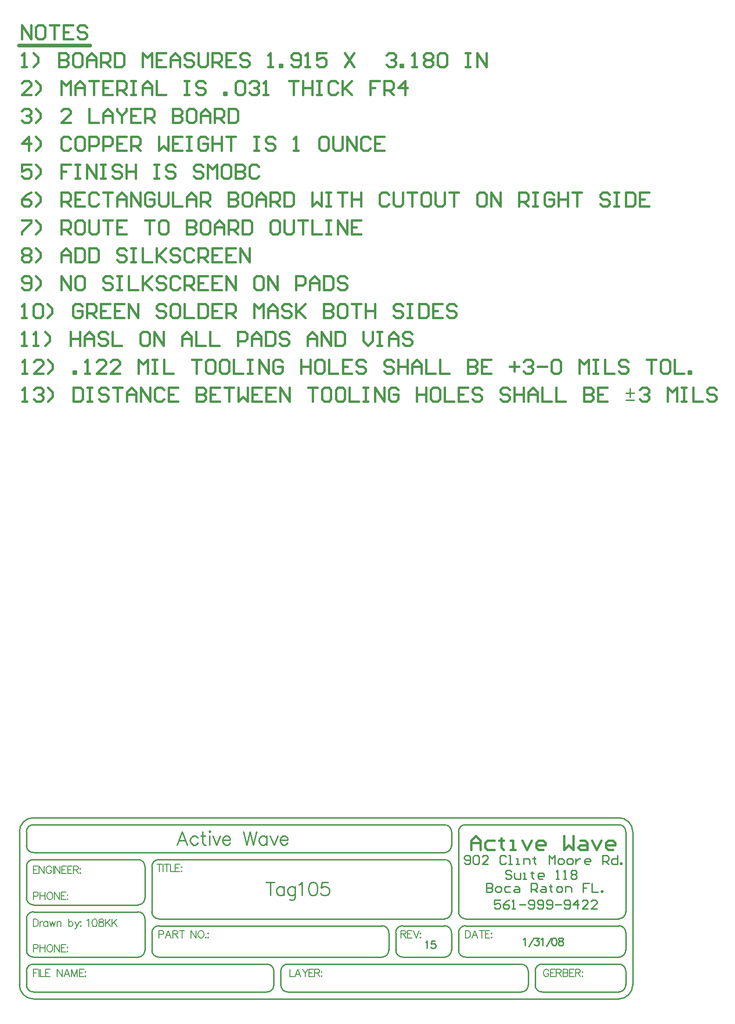
<source format=gbo>
%FSLAX24Y24*%
%MOIN*%
G70*
G01*
G75*
G04 Layer_Color=32896*
%ADD10O,0.0240X0.0800*%
%ADD11R,0.0300X0.0300*%
%ADD12R,0.0360X0.0360*%
%ADD13R,0.0500X0.0360*%
%ADD14R,0.0360X0.0360*%
%ADD15R,0.0360X0.0500*%
%ADD16C,0.0400*%
%ADD17R,0.0200X0.0500*%
%ADD18R,0.0236X0.0236*%
%ADD19R,0.0300X0.0300*%
%ADD20R,0.0740X0.0450*%
%ADD21R,0.0748X0.0433*%
%ADD22O,0.0160X0.0600*%
%ADD23R,0.0236X0.1000*%
%ADD24R,0.0236X0.0900*%
%ADD25R,0.0700X0.0236*%
%ADD26R,0.0900X0.0236*%
%ADD27O,0.0160X0.0600*%
%ADD28R,0.0138X0.0354*%
%ADD29R,0.0250X0.0300*%
%ADD30R,0.0640X0.0440*%
%ADD31R,0.0492X0.1181*%
%ADD32R,0.1000X0.1000*%
%ADD33R,0.1000X0.1400*%
%ADD34R,0.1000X0.1300*%
%ADD35R,0.1000X0.1200*%
%ADD36R,0.0138X0.0354*%
%ADD37R,0.0100X0.0100*%
%ADD38R,0.2000X0.1000*%
%ADD39R,0.1600X0.1800*%
%ADD40C,0.0120*%
%ADD41C,0.0150*%
%ADD42C,0.0100*%
%ADD43C,0.0400*%
%ADD44C,0.0250*%
%ADD45C,0.0160*%
%ADD46C,0.0200*%
%ADD47C,0.0140*%
%ADD48C,0.0300*%
%ADD49C,0.0740*%
%ADD50C,0.0060*%
%ADD51C,0.0080*%
%ADD52C,0.0090*%
%ADD53C,0.0050*%
%ADD54R,0.0500X0.0500*%
%ADD55C,0.0700*%
%ADD56C,0.0620*%
%ADD57R,0.0620X0.0620*%
%ADD58C,0.1220*%
%ADD59C,0.1000*%
%ADD60C,0.1950*%
%ADD61C,0.0280*%
%ADD62R,0.0700X0.0700*%
D41*
X29335Y-7069D02*
Y-6403D01*
X29668Y-6069D01*
X30002Y-6403D01*
Y-7069D01*
Y-6569D01*
X29335D01*
X31001Y-6403D02*
X30502D01*
X30335Y-6569D01*
Y-6902D01*
X30502Y-7069D01*
X31001D01*
X31501Y-6236D02*
Y-6403D01*
X31335D01*
X31668D01*
X31501D01*
Y-6902D01*
X31668Y-7069D01*
X32168D02*
X32501D01*
X32334D01*
Y-6403D01*
X32168D01*
X33001D02*
X33334Y-7069D01*
X33667Y-6403D01*
X34500Y-7069D02*
X34167D01*
X34000Y-6902D01*
Y-6569D01*
X34167Y-6403D01*
X34500D01*
X34667Y-6569D01*
Y-6736D01*
X34000D01*
X36000Y-6069D02*
Y-7069D01*
X36333Y-6736D01*
X36666Y-7069D01*
Y-6069D01*
X37166Y-6403D02*
X37499D01*
X37666Y-6569D01*
Y-7069D01*
X37166D01*
X36999Y-6902D01*
X37166Y-6736D01*
X37666D01*
X37999Y-6403D02*
X38332Y-7069D01*
X38666Y-6403D01*
X39499Y-7069D02*
X39165D01*
X38999Y-6902D01*
Y-6569D01*
X39165Y-6403D01*
X39499D01*
X39665Y-6569D01*
Y-6736D01*
X38999D01*
X-2884Y25105D02*
X-2551D01*
X-2717D01*
Y26105D01*
X-2884Y25938D01*
X-2051D02*
X-1884Y26105D01*
X-1551D01*
X-1385Y25938D01*
Y25771D01*
X-1551Y25605D01*
X-1718D01*
X-1551D01*
X-1385Y25438D01*
Y25272D01*
X-1551Y25105D01*
X-1884D01*
X-2051Y25272D01*
X-1051Y25105D02*
X-718Y25438D01*
Y25771D01*
X-1051Y26105D01*
X781D02*
Y25105D01*
X1281D01*
X1448Y25272D01*
Y25938D01*
X1281Y26105D01*
X781D01*
X1781D02*
X2114D01*
X1948D01*
Y25105D01*
X1781D01*
X2114D01*
X3281Y25938D02*
X3114Y26105D01*
X2781D01*
X2614Y25938D01*
Y25771D01*
X2781Y25605D01*
X3114D01*
X3281Y25438D01*
Y25272D01*
X3114Y25105D01*
X2781D01*
X2614Y25272D01*
X3614Y26105D02*
X4280D01*
X3947D01*
Y25105D01*
X4614D02*
Y25771D01*
X4947Y26105D01*
X5280Y25771D01*
Y25105D01*
Y25605D01*
X4614D01*
X5613Y25105D02*
Y26105D01*
X6280Y25105D01*
Y26105D01*
X7279Y25938D02*
X7113Y26105D01*
X6780D01*
X6613Y25938D01*
Y25272D01*
X6780Y25105D01*
X7113D01*
X7279Y25272D01*
X8279Y26105D02*
X7613D01*
Y25105D01*
X8279D01*
X7613Y25605D02*
X7946D01*
X9612Y26105D02*
Y25105D01*
X10112D01*
X10278Y25272D01*
Y25438D01*
X10112Y25605D01*
X9612D01*
X10112D01*
X10278Y25771D01*
Y25938D01*
X10112Y26105D01*
X9612D01*
X11278D02*
X10612D01*
Y25105D01*
X11278D01*
X10612Y25605D02*
X10945D01*
X11611Y26105D02*
X12278D01*
X11945D01*
Y25105D01*
X12611Y26105D02*
Y25105D01*
X12944Y25438D01*
X13277Y25105D01*
Y26105D01*
X14277D02*
X13611D01*
Y25105D01*
X14277D01*
X13611Y25605D02*
X13944D01*
X15277Y26105D02*
X14610D01*
Y25105D01*
X15277D01*
X14610Y25605D02*
X14944D01*
X15610Y25105D02*
Y26105D01*
X16276Y25105D01*
Y26105D01*
X17609D02*
X18276D01*
X17943D01*
Y25105D01*
X19109Y26105D02*
X18776D01*
X18609Y25938D01*
Y25272D01*
X18776Y25105D01*
X19109D01*
X19275Y25272D01*
Y25938D01*
X19109Y26105D01*
X20109D02*
X19775D01*
X19609Y25938D01*
Y25272D01*
X19775Y25105D01*
X20109D01*
X20275Y25272D01*
Y25938D01*
X20109Y26105D01*
X20608D02*
Y25105D01*
X21275D01*
X21608Y26105D02*
X21941D01*
X21775D01*
Y25105D01*
X21608D01*
X21941D01*
X22441D02*
Y26105D01*
X23108Y25105D01*
Y26105D01*
X24107Y25938D02*
X23941Y26105D01*
X23607D01*
X23441Y25938D01*
Y25272D01*
X23607Y25105D01*
X23941D01*
X24107Y25272D01*
Y25605D01*
X23774D01*
X25440Y26105D02*
Y25105D01*
Y25605D01*
X26107D01*
Y26105D01*
Y25105D01*
X26940Y26105D02*
X26606D01*
X26440Y25938D01*
Y25272D01*
X26606Y25105D01*
X26940D01*
X27106Y25272D01*
Y25938D01*
X26940Y26105D01*
X27439D02*
Y25105D01*
X28106D01*
X29106Y26105D02*
X28439D01*
Y25105D01*
X29106D01*
X28439Y25605D02*
X28772D01*
X30105Y25938D02*
X29939Y26105D01*
X29605D01*
X29439Y25938D01*
Y25771D01*
X29605Y25605D01*
X29939D01*
X30105Y25438D01*
Y25272D01*
X29939Y25105D01*
X29605D01*
X29439Y25272D01*
X32105Y25938D02*
X31938Y26105D01*
X31605D01*
X31438Y25938D01*
Y25771D01*
X31605Y25605D01*
X31938D01*
X32105Y25438D01*
Y25272D01*
X31938Y25105D01*
X31605D01*
X31438Y25272D01*
X32438Y26105D02*
Y25105D01*
Y25605D01*
X33104D01*
Y26105D01*
Y25105D01*
X33438D02*
Y25771D01*
X33771Y26105D01*
X34104Y25771D01*
Y25105D01*
Y25605D01*
X33438D01*
X34437Y26105D02*
Y25105D01*
X35104D01*
X35437Y26105D02*
Y25105D01*
X36103D01*
X37436Y26105D02*
Y25105D01*
X37936D01*
X38103Y25272D01*
Y25438D01*
X37936Y25605D01*
X37436D01*
X37936D01*
X38103Y25771D01*
Y25938D01*
X37936Y26105D01*
X37436D01*
X39102D02*
X38436D01*
Y25105D01*
X39102D01*
X38436Y25605D02*
X38769D01*
X41435Y25938D02*
X41602Y26105D01*
X41935D01*
X42101Y25938D01*
Y25771D01*
X41935Y25605D01*
X41768D01*
X41935D01*
X42101Y25438D01*
Y25272D01*
X41935Y25105D01*
X41602D01*
X41435Y25272D01*
X43434Y25105D02*
Y26105D01*
X43768Y25771D01*
X44101Y26105D01*
Y25105D01*
X44434Y26105D02*
X44767D01*
X44601D01*
Y25105D01*
X44434D01*
X44767D01*
X45267Y26105D02*
Y25105D01*
X45934D01*
X46933Y25938D02*
X46767Y26105D01*
X46433D01*
X46267Y25938D01*
Y25771D01*
X46433Y25605D01*
X46767D01*
X46933Y25438D01*
Y25272D01*
X46767Y25105D01*
X46433D01*
X46267Y25272D01*
X-2894Y29085D02*
X-2561D01*
X-2727D01*
Y30085D01*
X-2894Y29918D01*
X-2061Y29085D02*
X-1728D01*
X-1894D01*
Y30085D01*
X-2061Y29918D01*
X-1228Y29085D02*
X-895Y29418D01*
Y29751D01*
X-1228Y30085D01*
X605D02*
Y29085D01*
Y29585D01*
X1271D01*
Y30085D01*
Y29085D01*
X1605D02*
Y29751D01*
X1938Y30085D01*
X2271Y29751D01*
Y29085D01*
Y29585D01*
X1605D01*
X3271Y29918D02*
X3104Y30085D01*
X2771D01*
X2604Y29918D01*
Y29751D01*
X2771Y29585D01*
X3104D01*
X3271Y29418D01*
Y29252D01*
X3104Y29085D01*
X2771D01*
X2604Y29252D01*
X3604Y30085D02*
Y29085D01*
X4270D01*
X6103Y30085D02*
X5770D01*
X5603Y29918D01*
Y29252D01*
X5770Y29085D01*
X6103D01*
X6270Y29252D01*
Y29918D01*
X6103Y30085D01*
X6603Y29085D02*
Y30085D01*
X7269Y29085D01*
Y30085D01*
X8602Y29085D02*
Y29751D01*
X8935Y30085D01*
X9269Y29751D01*
Y29085D01*
Y29585D01*
X8602D01*
X9602Y30085D02*
Y29085D01*
X10268D01*
X10602Y30085D02*
Y29085D01*
X11268D01*
X12601D02*
Y30085D01*
X13101D01*
X13267Y29918D01*
Y29585D01*
X13101Y29418D01*
X12601D01*
X13601Y29085D02*
Y29751D01*
X13934Y30085D01*
X14267Y29751D01*
Y29085D01*
Y29585D01*
X13601D01*
X14600Y30085D02*
Y29085D01*
X15100D01*
X15267Y29252D01*
Y29918D01*
X15100Y30085D01*
X14600D01*
X16266Y29918D02*
X16100Y30085D01*
X15767D01*
X15600Y29918D01*
Y29751D01*
X15767Y29585D01*
X16100D01*
X16266Y29418D01*
Y29252D01*
X16100Y29085D01*
X15767D01*
X15600Y29252D01*
X17599Y29085D02*
Y29751D01*
X17933Y30085D01*
X18266Y29751D01*
Y29085D01*
Y29585D01*
X17599D01*
X18599Y29085D02*
Y30085D01*
X19265Y29085D01*
Y30085D01*
X19599D02*
Y29085D01*
X20099D01*
X20265Y29252D01*
Y29918D01*
X20099Y30085D01*
X19599D01*
X21598D02*
Y29418D01*
X21931Y29085D01*
X22264Y29418D01*
Y30085D01*
X22598D02*
X22931D01*
X22764D01*
Y29085D01*
X22598D01*
X22931D01*
X23431D02*
Y29751D01*
X23764Y30085D01*
X24097Y29751D01*
Y29085D01*
Y29585D01*
X23431D01*
X25097Y29918D02*
X24930Y30085D01*
X24597D01*
X24430Y29918D01*
Y29751D01*
X24597Y29585D01*
X24930D01*
X25097Y29418D01*
Y29252D01*
X24930Y29085D01*
X24597D01*
X24430Y29252D01*
X-2228Y47085D02*
X-2894D01*
X-2228Y47751D01*
Y47918D01*
X-2394Y48085D01*
X-2727D01*
X-2894Y47918D01*
X-1894Y47085D02*
X-1561Y47418D01*
Y47751D01*
X-1894Y48085D01*
X-62Y47085D02*
Y48085D01*
X272Y47751D01*
X605Y48085D01*
Y47085D01*
X938D02*
Y47751D01*
X1271Y48085D01*
X1605Y47751D01*
Y47085D01*
Y47585D01*
X938D01*
X1938Y48085D02*
X2604D01*
X2271D01*
Y47085D01*
X3604Y48085D02*
X2937D01*
Y47085D01*
X3604D01*
X2937Y47585D02*
X3271D01*
X3937Y47085D02*
Y48085D01*
X4437D01*
X4604Y47918D01*
Y47585D01*
X4437Y47418D01*
X3937D01*
X4270D02*
X4604Y47085D01*
X4937Y48085D02*
X5270D01*
X5103D01*
Y47085D01*
X4937D01*
X5270D01*
X5770D02*
Y47751D01*
X6103Y48085D01*
X6436Y47751D01*
Y47085D01*
Y47585D01*
X5770D01*
X6769Y48085D02*
Y47085D01*
X7436D01*
X8769Y48085D02*
X9102D01*
X8935D01*
Y47085D01*
X8769D01*
X9102D01*
X10268Y47918D02*
X10102Y48085D01*
X9769D01*
X9602Y47918D01*
Y47751D01*
X9769Y47585D01*
X10102D01*
X10268Y47418D01*
Y47252D01*
X10102Y47085D01*
X9769D01*
X9602Y47252D01*
X11601Y47085D02*
Y47252D01*
X11768D01*
Y47085D01*
X11601D01*
X12434Y47918D02*
X12601Y48085D01*
X12934D01*
X13101Y47918D01*
Y47252D01*
X12934Y47085D01*
X12601D01*
X12434Y47252D01*
Y47918D01*
X13434D02*
X13601Y48085D01*
X13934D01*
X14100Y47918D01*
Y47751D01*
X13934Y47585D01*
X13767D01*
X13934D01*
X14100Y47418D01*
Y47252D01*
X13934Y47085D01*
X13601D01*
X13434Y47252D01*
X14434Y47085D02*
X14767D01*
X14600D01*
Y48085D01*
X14434Y47918D01*
X16266Y48085D02*
X16933D01*
X16600D01*
Y47085D01*
X17266Y48085D02*
Y47085D01*
Y47585D01*
X17933D01*
Y48085D01*
Y47085D01*
X18266Y48085D02*
X18599D01*
X18432D01*
Y47085D01*
X18266D01*
X18599D01*
X19765Y47918D02*
X19599Y48085D01*
X19265D01*
X19099Y47918D01*
Y47252D01*
X19265Y47085D01*
X19599D01*
X19765Y47252D01*
X20099Y48085D02*
Y47085D01*
Y47418D01*
X20765Y48085D01*
X20265Y47585D01*
X20765Y47085D01*
X22764Y48085D02*
X22098D01*
Y47585D01*
X22431D01*
X22098D01*
Y47085D01*
X23098D02*
Y48085D01*
X23597D01*
X23764Y47918D01*
Y47585D01*
X23597Y47418D01*
X23098D01*
X23431D02*
X23764Y47085D01*
X24597D02*
Y48085D01*
X24097Y47585D01*
X24764D01*
X-2894Y33252D02*
X-2727Y33085D01*
X-2394D01*
X-2228Y33252D01*
Y33918D01*
X-2394Y34085D01*
X-2727D01*
X-2894Y33918D01*
Y33751D01*
X-2727Y33585D01*
X-2228D01*
X-1894Y33085D02*
X-1561Y33418D01*
Y33751D01*
X-1894Y34085D01*
X-62Y33085D02*
Y34085D01*
X605Y33085D01*
Y34085D01*
X1438D02*
X1105D01*
X938Y33918D01*
Y33252D01*
X1105Y33085D01*
X1438D01*
X1605Y33252D01*
Y33918D01*
X1438Y34085D01*
X3604Y33918D02*
X3437Y34085D01*
X3104D01*
X2937Y33918D01*
Y33751D01*
X3104Y33585D01*
X3437D01*
X3604Y33418D01*
Y33252D01*
X3437Y33085D01*
X3104D01*
X2937Y33252D01*
X3937Y34085D02*
X4270D01*
X4104D01*
Y33085D01*
X3937D01*
X4270D01*
X4770Y34085D02*
Y33085D01*
X5437D01*
X5770Y34085D02*
Y33085D01*
Y33418D01*
X6436Y34085D01*
X5936Y33585D01*
X6436Y33085D01*
X7436Y33918D02*
X7269Y34085D01*
X6936D01*
X6769Y33918D01*
Y33751D01*
X6936Y33585D01*
X7269D01*
X7436Y33418D01*
Y33252D01*
X7269Y33085D01*
X6936D01*
X6769Y33252D01*
X8436Y33918D02*
X8269Y34085D01*
X7936D01*
X7769Y33918D01*
Y33252D01*
X7936Y33085D01*
X8269D01*
X8436Y33252D01*
X8769Y33085D02*
Y34085D01*
X9269D01*
X9435Y33918D01*
Y33585D01*
X9269Y33418D01*
X8769D01*
X9102D02*
X9435Y33085D01*
X10435Y34085D02*
X9769D01*
Y33085D01*
X10435D01*
X9769Y33585D02*
X10102D01*
X11435Y34085D02*
X10768D01*
Y33085D01*
X11435D01*
X10768Y33585D02*
X11101D01*
X11768Y33085D02*
Y34085D01*
X12434Y33085D01*
Y34085D01*
X14267D02*
X13934D01*
X13767Y33918D01*
Y33252D01*
X13934Y33085D01*
X14267D01*
X14434Y33252D01*
Y33918D01*
X14267Y34085D01*
X14767Y33085D02*
Y34085D01*
X15433Y33085D01*
Y34085D01*
X16766Y33085D02*
Y34085D01*
X17266D01*
X17433Y33918D01*
Y33585D01*
X17266Y33418D01*
X16766D01*
X17766Y33085D02*
Y33751D01*
X18099Y34085D01*
X18432Y33751D01*
Y33085D01*
Y33585D01*
X17766D01*
X18766Y34085D02*
Y33085D01*
X19265D01*
X19432Y33252D01*
Y33918D01*
X19265Y34085D01*
X18766D01*
X20432Y33918D02*
X20265Y34085D01*
X19932D01*
X19765Y33918D01*
Y33751D01*
X19932Y33585D01*
X20265D01*
X20432Y33418D01*
Y33252D01*
X20265Y33085D01*
X19932D01*
X19765Y33252D01*
X-2894Y35918D02*
X-2727Y36085D01*
X-2394D01*
X-2228Y35918D01*
Y35751D01*
X-2394Y35585D01*
X-2228Y35418D01*
Y35252D01*
X-2394Y35085D01*
X-2727D01*
X-2894Y35252D01*
Y35418D01*
X-2727Y35585D01*
X-2894Y35751D01*
Y35918D01*
X-2727Y35585D02*
X-2394D01*
X-1894Y35085D02*
X-1561Y35418D01*
Y35751D01*
X-1894Y36085D01*
X-62Y35085D02*
Y35751D01*
X272Y36085D01*
X605Y35751D01*
Y35085D01*
Y35585D01*
X-62D01*
X938Y36085D02*
Y35085D01*
X1438D01*
X1605Y35252D01*
Y35918D01*
X1438Y36085D01*
X938D01*
X1938D02*
Y35085D01*
X2438D01*
X2604Y35252D01*
Y35918D01*
X2438Y36085D01*
X1938D01*
X4604Y35918D02*
X4437Y36085D01*
X4104D01*
X3937Y35918D01*
Y35751D01*
X4104Y35585D01*
X4437D01*
X4604Y35418D01*
Y35252D01*
X4437Y35085D01*
X4104D01*
X3937Y35252D01*
X4937Y36085D02*
X5270D01*
X5103D01*
Y35085D01*
X4937D01*
X5270D01*
X5770Y36085D02*
Y35085D01*
X6436D01*
X6769Y36085D02*
Y35085D01*
Y35418D01*
X7436Y36085D01*
X6936Y35585D01*
X7436Y35085D01*
X8436Y35918D02*
X8269Y36085D01*
X7936D01*
X7769Y35918D01*
Y35751D01*
X7936Y35585D01*
X8269D01*
X8436Y35418D01*
Y35252D01*
X8269Y35085D01*
X7936D01*
X7769Y35252D01*
X9435Y35918D02*
X9269Y36085D01*
X8935D01*
X8769Y35918D01*
Y35252D01*
X8935Y35085D01*
X9269D01*
X9435Y35252D01*
X9769Y35085D02*
Y36085D01*
X10268D01*
X10435Y35918D01*
Y35585D01*
X10268Y35418D01*
X9769D01*
X10102D02*
X10435Y35085D01*
X11435Y36085D02*
X10768D01*
Y35085D01*
X11435D01*
X10768Y35585D02*
X11101D01*
X12434Y36085D02*
X11768D01*
Y35085D01*
X12434D01*
X11768Y35585D02*
X12101D01*
X12768Y35085D02*
Y36085D01*
X13434Y35085D01*
Y36085D01*
X-2894Y38085D02*
X-2228D01*
Y37918D01*
X-2894Y37252D01*
Y37085D01*
X-1894D02*
X-1561Y37418D01*
Y37751D01*
X-1894Y38085D01*
X-62Y37085D02*
Y38085D01*
X438D01*
X605Y37918D01*
Y37585D01*
X438Y37418D01*
X-62D01*
X272D02*
X605Y37085D01*
X1438Y38085D02*
X1105D01*
X938Y37918D01*
Y37252D01*
X1105Y37085D01*
X1438D01*
X1605Y37252D01*
Y37918D01*
X1438Y38085D01*
X1938D02*
Y37252D01*
X2104Y37085D01*
X2438D01*
X2604Y37252D01*
Y38085D01*
X2937D02*
X3604D01*
X3271D01*
Y37085D01*
X4604Y38085D02*
X3937D01*
Y37085D01*
X4604D01*
X3937Y37585D02*
X4270D01*
X5936Y38085D02*
X6603D01*
X6270D01*
Y37085D01*
X7436Y38085D02*
X7103D01*
X6936Y37918D01*
Y37252D01*
X7103Y37085D01*
X7436D01*
X7603Y37252D01*
Y37918D01*
X7436Y38085D01*
X8935D02*
Y37085D01*
X9435D01*
X9602Y37252D01*
Y37418D01*
X9435Y37585D01*
X8935D01*
X9435D01*
X9602Y37751D01*
Y37918D01*
X9435Y38085D01*
X8935D01*
X10435D02*
X10102D01*
X9935Y37918D01*
Y37252D01*
X10102Y37085D01*
X10435D01*
X10602Y37252D01*
Y37918D01*
X10435Y38085D01*
X10935Y37085D02*
Y37751D01*
X11268Y38085D01*
X11601Y37751D01*
Y37085D01*
Y37585D01*
X10935D01*
X11934Y37085D02*
Y38085D01*
X12434D01*
X12601Y37918D01*
Y37585D01*
X12434Y37418D01*
X11934D01*
X12268D02*
X12601Y37085D01*
X12934Y38085D02*
Y37085D01*
X13434D01*
X13601Y37252D01*
Y37918D01*
X13434Y38085D01*
X12934D01*
X15433D02*
X15100D01*
X14934Y37918D01*
Y37252D01*
X15100Y37085D01*
X15433D01*
X15600Y37252D01*
Y37918D01*
X15433Y38085D01*
X15933D02*
Y37252D01*
X16100Y37085D01*
X16433D01*
X16600Y37252D01*
Y38085D01*
X16933D02*
X17599D01*
X17266D01*
Y37085D01*
X17933Y38085D02*
Y37085D01*
X18599D01*
X18932Y38085D02*
X19265D01*
X19099D01*
Y37085D01*
X18932D01*
X19265D01*
X19765D02*
Y38085D01*
X20432Y37085D01*
Y38085D01*
X21431D02*
X20765D01*
Y37085D01*
X21431D01*
X20765Y37585D02*
X21098D01*
X-2228Y40085D02*
X-2561Y39918D01*
X-2894Y39585D01*
Y39252D01*
X-2727Y39085D01*
X-2394D01*
X-2228Y39252D01*
Y39418D01*
X-2394Y39585D01*
X-2894D01*
X-1894Y39085D02*
X-1561Y39418D01*
Y39751D01*
X-1894Y40085D01*
X-62Y39085D02*
Y40085D01*
X438D01*
X605Y39918D01*
Y39585D01*
X438Y39418D01*
X-62D01*
X272D02*
X605Y39085D01*
X1605Y40085D02*
X938D01*
Y39085D01*
X1605D01*
X938Y39585D02*
X1271D01*
X2604Y39918D02*
X2438Y40085D01*
X2104D01*
X1938Y39918D01*
Y39252D01*
X2104Y39085D01*
X2438D01*
X2604Y39252D01*
X2937Y40085D02*
X3604D01*
X3271D01*
Y39085D01*
X3937D02*
Y39751D01*
X4270Y40085D01*
X4604Y39751D01*
Y39085D01*
Y39585D01*
X3937D01*
X4937Y39085D02*
Y40085D01*
X5603Y39085D01*
Y40085D01*
X6603Y39918D02*
X6436Y40085D01*
X6103D01*
X5936Y39918D01*
Y39252D01*
X6103Y39085D01*
X6436D01*
X6603Y39252D01*
Y39585D01*
X6270D01*
X6936Y40085D02*
Y39252D01*
X7103Y39085D01*
X7436D01*
X7603Y39252D01*
Y40085D01*
X7936D02*
Y39085D01*
X8602D01*
X8935D02*
Y39751D01*
X9269Y40085D01*
X9602Y39751D01*
Y39085D01*
Y39585D01*
X8935D01*
X9935Y39085D02*
Y40085D01*
X10435D01*
X10602Y39918D01*
Y39585D01*
X10435Y39418D01*
X9935D01*
X10268D02*
X10602Y39085D01*
X11934Y40085D02*
Y39085D01*
X12434D01*
X12601Y39252D01*
Y39418D01*
X12434Y39585D01*
X11934D01*
X12434D01*
X12601Y39751D01*
Y39918D01*
X12434Y40085D01*
X11934D01*
X13434D02*
X13101D01*
X12934Y39918D01*
Y39252D01*
X13101Y39085D01*
X13434D01*
X13601Y39252D01*
Y39918D01*
X13434Y40085D01*
X13934Y39085D02*
Y39751D01*
X14267Y40085D01*
X14600Y39751D01*
Y39085D01*
Y39585D01*
X13934D01*
X14934Y39085D02*
Y40085D01*
X15433D01*
X15600Y39918D01*
Y39585D01*
X15433Y39418D01*
X14934D01*
X15267D02*
X15600Y39085D01*
X15933Y40085D02*
Y39085D01*
X16433D01*
X16600Y39252D01*
Y39918D01*
X16433Y40085D01*
X15933D01*
X17933D02*
Y39085D01*
X18266Y39418D01*
X18599Y39085D01*
Y40085D01*
X18932D02*
X19265D01*
X19099D01*
Y39085D01*
X18932D01*
X19265D01*
X19765Y40085D02*
X20432D01*
X20099D01*
Y39085D01*
X20765Y40085D02*
Y39085D01*
Y39585D01*
X21431D01*
Y40085D01*
Y39085D01*
X23431Y39918D02*
X23264Y40085D01*
X22931D01*
X22764Y39918D01*
Y39252D01*
X22931Y39085D01*
X23264D01*
X23431Y39252D01*
X23764Y40085D02*
Y39252D01*
X23931Y39085D01*
X24264D01*
X24430Y39252D01*
Y40085D01*
X24764D02*
X25430D01*
X25097D01*
Y39085D01*
X26263Y40085D02*
X25930D01*
X25763Y39918D01*
Y39252D01*
X25930Y39085D01*
X26263D01*
X26430Y39252D01*
Y39918D01*
X26263Y40085D01*
X26763D02*
Y39252D01*
X26930Y39085D01*
X27263D01*
X27429Y39252D01*
Y40085D01*
X27763D02*
X28429D01*
X28096D01*
Y39085D01*
X30262Y40085D02*
X29929D01*
X29762Y39918D01*
Y39252D01*
X29929Y39085D01*
X30262D01*
X30429Y39252D01*
Y39918D01*
X30262Y40085D01*
X30762Y39085D02*
Y40085D01*
X31428Y39085D01*
Y40085D01*
X32761Y39085D02*
Y40085D01*
X33261D01*
X33428Y39918D01*
Y39585D01*
X33261Y39418D01*
X32761D01*
X33094D02*
X33428Y39085D01*
X33761Y40085D02*
X34094D01*
X33927D01*
Y39085D01*
X33761D01*
X34094D01*
X35260Y39918D02*
X35094Y40085D01*
X34760D01*
X34594Y39918D01*
Y39252D01*
X34760Y39085D01*
X35094D01*
X35260Y39252D01*
Y39585D01*
X34927D01*
X35594Y40085D02*
Y39085D01*
Y39585D01*
X36260D01*
Y40085D01*
Y39085D01*
X36593Y40085D02*
X37260D01*
X36926D01*
Y39085D01*
X39259Y39918D02*
X39092Y40085D01*
X38759D01*
X38593Y39918D01*
Y39751D01*
X38759Y39585D01*
X39092D01*
X39259Y39418D01*
Y39252D01*
X39092Y39085D01*
X38759D01*
X38593Y39252D01*
X39592Y40085D02*
X39925D01*
X39759D01*
Y39085D01*
X39592D01*
X39925D01*
X40425Y40085D02*
Y39085D01*
X40925D01*
X41092Y39252D01*
Y39918D01*
X40925Y40085D01*
X40425D01*
X42091D02*
X41425D01*
Y39085D01*
X42091D01*
X41425Y39585D02*
X41758D01*
X-2228Y42085D02*
X-2894D01*
Y41585D01*
X-2561Y41751D01*
X-2394D01*
X-2228Y41585D01*
Y41252D01*
X-2394Y41085D01*
X-2727D01*
X-2894Y41252D01*
X-1894Y41085D02*
X-1561Y41418D01*
Y41751D01*
X-1894Y42085D01*
X605D02*
X-62D01*
Y41585D01*
X272D01*
X-62D01*
Y41085D01*
X938Y42085D02*
X1271D01*
X1105D01*
Y41085D01*
X938D01*
X1271D01*
X1771D02*
Y42085D01*
X2438Y41085D01*
Y42085D01*
X2771D02*
X3104D01*
X2937D01*
Y41085D01*
X2771D01*
X3104D01*
X4270Y41918D02*
X4104Y42085D01*
X3770D01*
X3604Y41918D01*
Y41751D01*
X3770Y41585D01*
X4104D01*
X4270Y41418D01*
Y41252D01*
X4104Y41085D01*
X3770D01*
X3604Y41252D01*
X4604Y42085D02*
Y41085D01*
Y41585D01*
X5270D01*
Y42085D01*
Y41085D01*
X6603Y42085D02*
X6936D01*
X6769D01*
Y41085D01*
X6603D01*
X6936D01*
X8102Y41918D02*
X7936Y42085D01*
X7603D01*
X7436Y41918D01*
Y41751D01*
X7603Y41585D01*
X7936D01*
X8102Y41418D01*
Y41252D01*
X7936Y41085D01*
X7603D01*
X7436Y41252D01*
X10102Y41918D02*
X9935Y42085D01*
X9602D01*
X9435Y41918D01*
Y41751D01*
X9602Y41585D01*
X9935D01*
X10102Y41418D01*
Y41252D01*
X9935Y41085D01*
X9602D01*
X9435Y41252D01*
X10435Y41085D02*
Y42085D01*
X10768Y41751D01*
X11101Y42085D01*
Y41085D01*
X11934Y42085D02*
X11601D01*
X11435Y41918D01*
Y41252D01*
X11601Y41085D01*
X11934D01*
X12101Y41252D01*
Y41918D01*
X11934Y42085D01*
X12434D02*
Y41085D01*
X12934D01*
X13101Y41252D01*
Y41418D01*
X12934Y41585D01*
X12434D01*
X12934D01*
X13101Y41751D01*
Y41918D01*
X12934Y42085D01*
X12434D01*
X14100Y41918D02*
X13934Y42085D01*
X13601D01*
X13434Y41918D01*
Y41252D01*
X13601Y41085D01*
X13934D01*
X14100Y41252D01*
X-2394Y43085D02*
Y44085D01*
X-2894Y43585D01*
X-2228D01*
X-1894Y43085D02*
X-1561Y43418D01*
Y43751D01*
X-1894Y44085D01*
X605Y43918D02*
X438Y44085D01*
X105D01*
X-62Y43918D01*
Y43252D01*
X105Y43085D01*
X438D01*
X605Y43252D01*
X1438Y44085D02*
X1105D01*
X938Y43918D01*
Y43252D01*
X1105Y43085D01*
X1438D01*
X1605Y43252D01*
Y43918D01*
X1438Y44085D01*
X1938Y43085D02*
Y44085D01*
X2438D01*
X2604Y43918D01*
Y43585D01*
X2438Y43418D01*
X1938D01*
X2937Y43085D02*
Y44085D01*
X3437D01*
X3604Y43918D01*
Y43585D01*
X3437Y43418D01*
X2937D01*
X4604Y44085D02*
X3937D01*
Y43085D01*
X4604D01*
X3937Y43585D02*
X4270D01*
X4937Y43085D02*
Y44085D01*
X5437D01*
X5603Y43918D01*
Y43585D01*
X5437Y43418D01*
X4937D01*
X5270D02*
X5603Y43085D01*
X6936Y44085D02*
Y43085D01*
X7269Y43418D01*
X7603Y43085D01*
Y44085D01*
X8602D02*
X7936D01*
Y43085D01*
X8602D01*
X7936Y43585D02*
X8269D01*
X8935Y44085D02*
X9269D01*
X9102D01*
Y43085D01*
X8935D01*
X9269D01*
X10435Y43918D02*
X10268Y44085D01*
X9935D01*
X9769Y43918D01*
Y43252D01*
X9935Y43085D01*
X10268D01*
X10435Y43252D01*
Y43585D01*
X10102D01*
X10768Y44085D02*
Y43085D01*
Y43585D01*
X11435D01*
Y44085D01*
Y43085D01*
X11768Y44085D02*
X12434D01*
X12101D01*
Y43085D01*
X13767Y44085D02*
X14100D01*
X13934D01*
Y43085D01*
X13767D01*
X14100D01*
X15267Y43918D02*
X15100Y44085D01*
X14767D01*
X14600Y43918D01*
Y43751D01*
X14767Y43585D01*
X15100D01*
X15267Y43418D01*
Y43252D01*
X15100Y43085D01*
X14767D01*
X14600Y43252D01*
X16600Y43085D02*
X16933D01*
X16766D01*
Y44085D01*
X16600Y43918D01*
X18932Y44085D02*
X18599D01*
X18432Y43918D01*
Y43252D01*
X18599Y43085D01*
X18932D01*
X19099Y43252D01*
Y43918D01*
X18932Y44085D01*
X19432D02*
Y43252D01*
X19599Y43085D01*
X19932D01*
X20099Y43252D01*
Y44085D01*
X20432Y43085D02*
Y44085D01*
X21098Y43085D01*
Y44085D01*
X22098Y43918D02*
X21931Y44085D01*
X21598D01*
X21431Y43918D01*
Y43252D01*
X21598Y43085D01*
X21931D01*
X22098Y43252D01*
X23098Y44085D02*
X22431D01*
Y43085D01*
X23098D01*
X22431Y43585D02*
X22764D01*
X-2894Y45918D02*
X-2727Y46085D01*
X-2394D01*
X-2228Y45918D01*
Y45751D01*
X-2394Y45585D01*
X-2561D01*
X-2394D01*
X-2228Y45418D01*
Y45252D01*
X-2394Y45085D01*
X-2727D01*
X-2894Y45252D01*
X-1894Y45085D02*
X-1561Y45418D01*
Y45751D01*
X-1894Y46085D01*
X605Y45085D02*
X-62D01*
X605Y45751D01*
Y45918D01*
X438Y46085D01*
X105D01*
X-62Y45918D01*
X1938Y46085D02*
Y45085D01*
X2604D01*
X2937D02*
Y45751D01*
X3271Y46085D01*
X3604Y45751D01*
Y45085D01*
Y45585D01*
X2937D01*
X3937Y46085D02*
Y45918D01*
X4270Y45585D01*
X4604Y45918D01*
Y46085D01*
X4270Y45585D02*
Y45085D01*
X5603Y46085D02*
X4937D01*
Y45085D01*
X5603D01*
X4937Y45585D02*
X5270D01*
X5936Y45085D02*
Y46085D01*
X6436D01*
X6603Y45918D01*
Y45585D01*
X6436Y45418D01*
X5936D01*
X6270D02*
X6603Y45085D01*
X7936Y46085D02*
Y45085D01*
X8436D01*
X8602Y45252D01*
Y45418D01*
X8436Y45585D01*
X7936D01*
X8436D01*
X8602Y45751D01*
Y45918D01*
X8436Y46085D01*
X7936D01*
X9435D02*
X9102D01*
X8935Y45918D01*
Y45252D01*
X9102Y45085D01*
X9435D01*
X9602Y45252D01*
Y45918D01*
X9435Y46085D01*
X9935Y45085D02*
Y45751D01*
X10268Y46085D01*
X10602Y45751D01*
Y45085D01*
Y45585D01*
X9935D01*
X10935Y45085D02*
Y46085D01*
X11435D01*
X11601Y45918D01*
Y45585D01*
X11435Y45418D01*
X10935D01*
X11268D02*
X11601Y45085D01*
X11935Y46085D02*
Y45085D01*
X12434D01*
X12601Y45252D01*
Y45918D01*
X12434Y46085D01*
X11935D01*
X-2894Y31085D02*
X-2561D01*
X-2727D01*
Y32085D01*
X-2894Y31918D01*
X-2061D02*
X-1894Y32085D01*
X-1561D01*
X-1395Y31918D01*
Y31252D01*
X-1561Y31085D01*
X-1894D01*
X-2061Y31252D01*
Y31918D01*
X-1061Y31085D02*
X-728Y31418D01*
Y31751D01*
X-1061Y32085D01*
X1438Y31918D02*
X1271Y32085D01*
X938D01*
X771Y31918D01*
Y31252D01*
X938Y31085D01*
X1271D01*
X1438Y31252D01*
Y31585D01*
X1105D01*
X1771Y31085D02*
Y32085D01*
X2271D01*
X2438Y31918D01*
Y31585D01*
X2271Y31418D01*
X1771D01*
X2104D02*
X2438Y31085D01*
X3437Y32085D02*
X2771D01*
Y31085D01*
X3437D01*
X2771Y31585D02*
X3104D01*
X4437Y32085D02*
X3770D01*
Y31085D01*
X4437D01*
X3770Y31585D02*
X4104D01*
X4770Y31085D02*
Y32085D01*
X5437Y31085D01*
Y32085D01*
X7436Y31918D02*
X7269Y32085D01*
X6936D01*
X6769Y31918D01*
Y31751D01*
X6936Y31585D01*
X7269D01*
X7436Y31418D01*
Y31252D01*
X7269Y31085D01*
X6936D01*
X6769Y31252D01*
X8269Y32085D02*
X7936D01*
X7769Y31918D01*
Y31252D01*
X7936Y31085D01*
X8269D01*
X8436Y31252D01*
Y31918D01*
X8269Y32085D01*
X8769D02*
Y31085D01*
X9435D01*
X9769Y32085D02*
Y31085D01*
X10268D01*
X10435Y31252D01*
Y31918D01*
X10268Y32085D01*
X9769D01*
X11435D02*
X10768D01*
Y31085D01*
X11435D01*
X10768Y31585D02*
X11101D01*
X11768Y31085D02*
Y32085D01*
X12268D01*
X12434Y31918D01*
Y31585D01*
X12268Y31418D01*
X11768D01*
X12101D02*
X12434Y31085D01*
X13767D02*
Y32085D01*
X14100Y31751D01*
X14434Y32085D01*
Y31085D01*
X14767D02*
Y31751D01*
X15100Y32085D01*
X15433Y31751D01*
Y31085D01*
Y31585D01*
X14767D01*
X16433Y31918D02*
X16266Y32085D01*
X15933D01*
X15767Y31918D01*
Y31751D01*
X15933Y31585D01*
X16266D01*
X16433Y31418D01*
Y31252D01*
X16266Y31085D01*
X15933D01*
X15767Y31252D01*
X16766Y32085D02*
Y31085D01*
Y31418D01*
X17433Y32085D01*
X16933Y31585D01*
X17433Y31085D01*
X18766Y32085D02*
Y31085D01*
X19265D01*
X19432Y31252D01*
Y31418D01*
X19265Y31585D01*
X18766D01*
X19265D01*
X19432Y31751D01*
Y31918D01*
X19265Y32085D01*
X18766D01*
X20265D02*
X19932D01*
X19765Y31918D01*
Y31252D01*
X19932Y31085D01*
X20265D01*
X20432Y31252D01*
Y31918D01*
X20265Y32085D01*
X20765D02*
X21431D01*
X21098D01*
Y31085D01*
X21765Y32085D02*
Y31085D01*
Y31585D01*
X22431D01*
Y32085D01*
Y31085D01*
X24430Y31918D02*
X24264Y32085D01*
X23931D01*
X23764Y31918D01*
Y31751D01*
X23931Y31585D01*
X24264D01*
X24430Y31418D01*
Y31252D01*
X24264Y31085D01*
X23931D01*
X23764Y31252D01*
X24764Y32085D02*
X25097D01*
X24930D01*
Y31085D01*
X24764D01*
X25097D01*
X25597Y32085D02*
Y31085D01*
X26097D01*
X26263Y31252D01*
Y31918D01*
X26097Y32085D01*
X25597D01*
X27263D02*
X26596D01*
Y31085D01*
X27263D01*
X26596Y31585D02*
X26930D01*
X28263Y31918D02*
X28096Y32085D01*
X27763D01*
X27596Y31918D01*
Y31751D01*
X27763Y31585D01*
X28096D01*
X28263Y31418D01*
Y31252D01*
X28096Y31085D01*
X27763D01*
X27596Y31252D01*
X-2894Y51085D02*
Y52085D01*
X-2228Y51085D01*
Y52085D01*
X-1395D02*
X-1728D01*
X-1894Y51918D01*
Y51252D01*
X-1728Y51085D01*
X-1395D01*
X-1228Y51252D01*
Y51918D01*
X-1395Y52085D01*
X-895D02*
X-228D01*
X-561D01*
Y51085D01*
X771Y52085D02*
X105D01*
Y51085D01*
X771D01*
X105Y51585D02*
X438D01*
X1771Y51918D02*
X1605Y52085D01*
X1271D01*
X1105Y51918D01*
Y51751D01*
X1271Y51585D01*
X1605D01*
X1771Y51418D01*
Y51252D01*
X1605Y51085D01*
X1271D01*
X1105Y51252D01*
X-2894Y49085D02*
X-2561D01*
X-2727D01*
Y50085D01*
X-2894Y49918D01*
X-2061Y49085D02*
X-1728Y49418D01*
Y49751D01*
X-2061Y50085D01*
X-228D02*
Y49085D01*
X272D01*
X438Y49252D01*
Y49418D01*
X272Y49585D01*
X-228D01*
X272D01*
X438Y49751D01*
Y49918D01*
X272Y50085D01*
X-228D01*
X1271D02*
X938D01*
X771Y49918D01*
Y49252D01*
X938Y49085D01*
X1271D01*
X1438Y49252D01*
Y49918D01*
X1271Y50085D01*
X1771Y49085D02*
Y49751D01*
X2104Y50085D01*
X2438Y49751D01*
Y49085D01*
Y49585D01*
X1771D01*
X2771Y49085D02*
Y50085D01*
X3271D01*
X3437Y49918D01*
Y49585D01*
X3271Y49418D01*
X2771D01*
X3104D02*
X3437Y49085D01*
X3770Y50085D02*
Y49085D01*
X4270D01*
X4437Y49252D01*
Y49918D01*
X4270Y50085D01*
X3770D01*
X5770Y49085D02*
Y50085D01*
X6103Y49751D01*
X6436Y50085D01*
Y49085D01*
X7436Y50085D02*
X6769D01*
Y49085D01*
X7436D01*
X6769Y49585D02*
X7103D01*
X7769Y49085D02*
Y49751D01*
X8102Y50085D01*
X8436Y49751D01*
Y49085D01*
Y49585D01*
X7769D01*
X9435Y49918D02*
X9269Y50085D01*
X8935D01*
X8769Y49918D01*
Y49751D01*
X8935Y49585D01*
X9269D01*
X9435Y49418D01*
Y49252D01*
X9269Y49085D01*
X8935D01*
X8769Y49252D01*
X9769Y50085D02*
Y49252D01*
X9935Y49085D01*
X10268D01*
X10435Y49252D01*
Y50085D01*
X10768Y49085D02*
Y50085D01*
X11268D01*
X11435Y49918D01*
Y49585D01*
X11268Y49418D01*
X10768D01*
X11101D02*
X11435Y49085D01*
X12434Y50085D02*
X11768D01*
Y49085D01*
X12434D01*
X11768Y49585D02*
X12101D01*
X13434Y49918D02*
X13267Y50085D01*
X12934D01*
X12768Y49918D01*
Y49751D01*
X12934Y49585D01*
X13267D01*
X13434Y49418D01*
Y49252D01*
X13267Y49085D01*
X12934D01*
X12768Y49252D01*
X14767Y49085D02*
X15100D01*
X14934D01*
Y50085D01*
X14767Y49918D01*
X15600Y49085D02*
Y49252D01*
X15767D01*
Y49085D01*
X15600D01*
X16433Y49252D02*
X16600Y49085D01*
X16933D01*
X17099Y49252D01*
Y49918D01*
X16933Y50085D01*
X16600D01*
X16433Y49918D01*
Y49751D01*
X16600Y49585D01*
X17099D01*
X17433Y49085D02*
X17766D01*
X17599D01*
Y50085D01*
X17433Y49918D01*
X18932Y50085D02*
X18266D01*
Y49585D01*
X18599Y49751D01*
X18766D01*
X18932Y49585D01*
Y49252D01*
X18766Y49085D01*
X18432D01*
X18266Y49252D01*
X20265Y50085D02*
X20932Y49085D01*
Y50085D02*
X20265Y49085D01*
X23264Y49918D02*
X23431Y50085D01*
X23764D01*
X23931Y49918D01*
Y49751D01*
X23764Y49585D01*
X23597D01*
X23764D01*
X23931Y49418D01*
Y49252D01*
X23764Y49085D01*
X23431D01*
X23264Y49252D01*
X24264Y49085D02*
Y49252D01*
X24430D01*
Y49085D01*
X24264D01*
X25097D02*
X25430D01*
X25264D01*
Y50085D01*
X25097Y49918D01*
X25930D02*
X26097Y50085D01*
X26430D01*
X26596Y49918D01*
Y49751D01*
X26430Y49585D01*
X26596Y49418D01*
Y49252D01*
X26430Y49085D01*
X26097D01*
X25930Y49252D01*
Y49418D01*
X26097Y49585D01*
X25930Y49751D01*
Y49918D01*
X26097Y49585D02*
X26430D01*
X26930Y49918D02*
X27096Y50085D01*
X27429D01*
X27596Y49918D01*
Y49252D01*
X27429Y49085D01*
X27096D01*
X26930Y49252D01*
Y49918D01*
X28929Y50085D02*
X29262D01*
X29096D01*
Y49085D01*
X28929D01*
X29262D01*
X29762D02*
Y50085D01*
X30429Y49085D01*
Y50085D01*
X-2884Y27095D02*
X-2551D01*
X-2717D01*
Y28095D01*
X-2884Y27928D01*
X-1385Y27095D02*
X-2051D01*
X-1385Y27761D01*
Y27928D01*
X-1551Y28095D01*
X-1884D01*
X-2051Y27928D01*
X-1051Y27095D02*
X-718Y27428D01*
Y27761D01*
X-1051Y28095D01*
X781Y27095D02*
Y27262D01*
X948D01*
Y27095D01*
X781D01*
X1615D02*
X1948D01*
X1781D01*
Y28095D01*
X1615Y27928D01*
X3114Y27095D02*
X2448D01*
X3114Y27761D01*
Y27928D01*
X2947Y28095D01*
X2614D01*
X2448Y27928D01*
X4114Y27095D02*
X3447D01*
X4114Y27761D01*
Y27928D01*
X3947Y28095D01*
X3614D01*
X3447Y27928D01*
X5447Y27095D02*
Y28095D01*
X5780Y27761D01*
X6113Y28095D01*
Y27095D01*
X6446Y28095D02*
X6780D01*
X6613D01*
Y27095D01*
X6446D01*
X6780D01*
X7279Y28095D02*
Y27095D01*
X7946D01*
X9279Y28095D02*
X9945D01*
X9612D01*
Y27095D01*
X10778Y28095D02*
X10445D01*
X10278Y27928D01*
Y27262D01*
X10445Y27095D01*
X10778D01*
X10945Y27262D01*
Y27928D01*
X10778Y28095D01*
X11778D02*
X11445D01*
X11278Y27928D01*
Y27262D01*
X11445Y27095D01*
X11778D01*
X11945Y27262D01*
Y27928D01*
X11778Y28095D01*
X12278D02*
Y27095D01*
X12944D01*
X13277Y28095D02*
X13611D01*
X13444D01*
Y27095D01*
X13277D01*
X13611D01*
X14110D02*
Y28095D01*
X14777Y27095D01*
Y28095D01*
X15777Y27928D02*
X15610Y28095D01*
X15277D01*
X15110Y27928D01*
Y27262D01*
X15277Y27095D01*
X15610D01*
X15777Y27262D01*
Y27595D01*
X15443D01*
X17110Y28095D02*
Y27095D01*
Y27595D01*
X17776D01*
Y28095D01*
Y27095D01*
X18609Y28095D02*
X18276D01*
X18109Y27928D01*
Y27262D01*
X18276Y27095D01*
X18609D01*
X18776Y27262D01*
Y27928D01*
X18609Y28095D01*
X19109D02*
Y27095D01*
X19775D01*
X20775Y28095D02*
X20109D01*
Y27095D01*
X20775D01*
X20109Y27595D02*
X20442D01*
X21775Y27928D02*
X21608Y28095D01*
X21275D01*
X21108Y27928D01*
Y27761D01*
X21275Y27595D01*
X21608D01*
X21775Y27428D01*
Y27262D01*
X21608Y27095D01*
X21275D01*
X21108Y27262D01*
X23774Y27928D02*
X23607Y28095D01*
X23274D01*
X23108Y27928D01*
Y27761D01*
X23274Y27595D01*
X23607D01*
X23774Y27428D01*
Y27262D01*
X23607Y27095D01*
X23274D01*
X23108Y27262D01*
X24107Y28095D02*
Y27095D01*
Y27595D01*
X24774D01*
Y28095D01*
Y27095D01*
X25107D02*
Y27761D01*
X25440Y28095D01*
X25773Y27761D01*
Y27095D01*
Y27595D01*
X25107D01*
X26107Y28095D02*
Y27095D01*
X26773D01*
X27106Y28095D02*
Y27095D01*
X27773D01*
X29106Y28095D02*
Y27095D01*
X29605D01*
X29772Y27262D01*
Y27428D01*
X29605Y27595D01*
X29106D01*
X29605D01*
X29772Y27761D01*
Y27928D01*
X29605Y28095D01*
X29106D01*
X30772D02*
X30105D01*
Y27095D01*
X30772D01*
X30105Y27595D02*
X30439D01*
X32105D02*
X32771D01*
X32438Y27928D02*
Y27262D01*
X33104Y27928D02*
X33271Y28095D01*
X33604D01*
X33771Y27928D01*
Y27761D01*
X33604Y27595D01*
X33438D01*
X33604D01*
X33771Y27428D01*
Y27262D01*
X33604Y27095D01*
X33271D01*
X33104Y27262D01*
X34104Y27595D02*
X34770D01*
X35104Y27928D02*
X35270Y28095D01*
X35604D01*
X35770Y27928D01*
Y27262D01*
X35604Y27095D01*
X35270D01*
X35104Y27262D01*
Y27928D01*
X37103Y27095D02*
Y28095D01*
X37436Y27761D01*
X37769Y28095D01*
Y27095D01*
X38103Y28095D02*
X38436D01*
X38269D01*
Y27095D01*
X38103D01*
X38436D01*
X38936Y28095D02*
Y27095D01*
X39602D01*
X40602Y27928D02*
X40435Y28095D01*
X40102D01*
X39935Y27928D01*
Y27761D01*
X40102Y27595D01*
X40435D01*
X40602Y27428D01*
Y27262D01*
X40435Y27095D01*
X40102D01*
X39935Y27262D01*
X41935Y28095D02*
X42601D01*
X42268D01*
Y27095D01*
X43434Y28095D02*
X43101D01*
X42934Y27928D01*
Y27262D01*
X43101Y27095D01*
X43434D01*
X43601Y27262D01*
Y27928D01*
X43434Y28095D01*
X43934D02*
Y27095D01*
X44601D01*
X44934D02*
Y27262D01*
X45100D01*
Y27095D01*
X44934D01*
D42*
X15169Y-15772D02*
G03*
X14669Y-15272I-500J0D01*
G01*
X14681Y-17272D02*
G03*
X15169Y-16775I8J480D01*
G01*
X16169Y-15272D02*
G03*
X15669Y-15772I0J-500D01*
G01*
Y-16772D02*
G03*
X16160Y-17272I500J0D01*
G01*
X33419Y-15772D02*
G03*
X32919Y-15272I-500J0D01*
G01*
X32931Y-17272D02*
G03*
X33419Y-16775I8J480D01*
G01*
X33919Y-16782D02*
G03*
X34418Y-17272I490J0D01*
G01*
X34419Y-15272D02*
G03*
X33919Y-15772I0J-500D01*
G01*
X5919Y-8262D02*
G03*
X5429Y-7772I-490J0D01*
G01*
X5439Y-11022D02*
G03*
X5919Y-10542I0J480D01*
G01*
Y-12012D02*
G03*
X5412Y-11522I-490J0D01*
G01*
X6419Y-11532D02*
G03*
X6909Y-12022I490J0D01*
G01*
X6419Y-14282D02*
G03*
X6909Y-14772I490J0D01*
G01*
X5429D02*
G03*
X5919Y-14282I0J490D01*
G01*
X23419Y-13012D02*
G03*
X22929Y-12522I-490J0D01*
G01*
Y-14772D02*
G03*
X23419Y-14273I0J490D01*
G01*
X23919Y-14262D02*
G03*
X24420Y-14772I510J0D01*
G01*
X24399Y-12522D02*
G03*
X23920Y-13027I0J-480D01*
G01*
X6919Y-12522D02*
G03*
X6419Y-13022I0J-500D01*
G01*
X6919Y-7772D02*
G03*
X6419Y-8272I0J-500D01*
G01*
X-2581Y-14272D02*
G03*
X-2090Y-14772I500J0D01*
G01*
X-2081Y-11522D02*
G03*
X-2581Y-12022I0J-500D01*
G01*
Y-10522D02*
G03*
X-2081Y-11022I500J0D01*
G01*
Y-7772D02*
G03*
X-2581Y-8272I0J-500D01*
G01*
Y-6772D02*
G03*
X-2081Y-7272I500J0D01*
G01*
Y-5272D02*
G03*
X-2581Y-5772I0J-500D01*
G01*
X27919D02*
G03*
X27419Y-5272I-500J0D01*
G01*
X28919D02*
G03*
X28419Y-5772I0J-500D01*
G01*
X27419Y-7272D02*
G03*
X27919Y-6772I0J500D01*
G01*
Y-8272D02*
G03*
X27419Y-7772I-500J0D01*
G01*
X-2081Y-15272D02*
G03*
X-2581Y-15772I0J-500D01*
G01*
X27428Y-12022D02*
G03*
X27919Y-11522I-9J500D01*
G01*
X-2581Y-16772D02*
G03*
X-2090Y-17272I500J0D01*
G01*
X27919Y-13012D02*
G03*
X27429Y-12522I-490J0D01*
G01*
X28419Y-14282D02*
G03*
X28918Y-14772I490J0D01*
G01*
X27419Y-14772D02*
G03*
X27919Y-14272I0J500D01*
G01*
X39919Y-17272D02*
G03*
X40419Y-16772I0J500D01*
G01*
X40419Y-15763D02*
G03*
X39919Y-15272I-500J-9D01*
G01*
Y-14772D02*
G03*
X40419Y-14272I0J500D01*
G01*
Y-5762D02*
G03*
X39912Y-5272I-490J0D01*
G01*
X40919Y-5772D02*
G03*
X39919Y-4772I-1000J0D01*
G01*
Y-17772D02*
G03*
X40919Y-16772I0J1000D01*
G01*
X-3081Y-16762D02*
G03*
X-2088Y-17772I1010J0D01*
G01*
X-2081Y-4772D02*
G03*
X-3081Y-5772I0J-1000D01*
G01*
X28419Y-11522D02*
G03*
X28919Y-12022I500J0D01*
G01*
X39919D02*
G03*
X40419Y-11522I0J500D01*
G01*
X28919Y-12522D02*
G03*
X28419Y-13022I0J-500D01*
G01*
X40419Y-13012D02*
G03*
X39929Y-12522I-490J0D01*
G01*
X16169Y-17272D02*
X32919D01*
X-2081D02*
X14669D01*
X-2081Y-15272D02*
X14669D01*
X16169D02*
X32919D01*
X34419Y-17272D02*
X39919D01*
X34419Y-15272D02*
X39919D01*
X-2081Y-5272D02*
X27419D01*
X-2081Y-17772D02*
X39919D01*
X-2081Y-4772D02*
X39919D01*
X-2081Y-14772D02*
X5419D01*
X-2081Y-11522D02*
X5419D01*
X-2081Y-11022D02*
X5419D01*
X-2081Y-7772D02*
X5419D01*
X-2081Y-7272D02*
X27419D01*
X6919Y-7772D02*
X27419D01*
X6919Y-12522D02*
X22919D01*
X6919Y-14772D02*
X22919D01*
X24419D02*
X27419D01*
X24419Y-12522D02*
X27419D01*
X28919Y-14772D02*
X39919D01*
X28919Y-5272D02*
X39919D01*
X6919Y-12022D02*
X27419D01*
X28919D02*
X39919D01*
X28919Y-12522D02*
X39919D01*
X15169Y-16772D02*
Y-15772D01*
X15669Y-16772D02*
Y-15772D01*
X33419Y-16772D02*
Y-15772D01*
X33919Y-16772D02*
Y-15772D01*
X40919Y-16772D02*
Y-5772D01*
X-2581Y-14272D02*
Y-12022D01*
X5919Y-14272D02*
Y-12022D01*
X-2581Y-10522D02*
Y-8272D01*
X5919Y-10522D02*
Y-8272D01*
X-2581Y-6772D02*
Y-5772D01*
X27919Y-6772D02*
Y-5772D01*
Y-11522D02*
Y-8272D01*
X6419Y-11522D02*
Y-8272D01*
X23419Y-14272D02*
Y-13022D01*
X6419Y-14272D02*
Y-13022D01*
X23919Y-14272D02*
Y-13022D01*
X27919Y-14272D02*
Y-13022D01*
X40419Y-16772D02*
Y-15772D01*
X-2581Y-16772D02*
Y-15772D01*
X-3081Y-16772D02*
Y-5772D01*
X28419Y-11522D02*
Y-5772D01*
X40419Y-11522D02*
Y-5772D01*
X28419Y-14272D02*
Y-13022D01*
X40419Y-14272D02*
Y-13012D01*
X30435Y-9479D02*
Y-10119D01*
X30755D01*
X30862Y-10012D01*
Y-9906D01*
X30755Y-9799D01*
X30435D01*
X30755D01*
X30862Y-9692D01*
Y-9586D01*
X30755Y-9479D01*
X30435D01*
X31182Y-10119D02*
X31395D01*
X31502Y-10012D01*
Y-9799D01*
X31395Y-9692D01*
X31182D01*
X31075Y-9799D01*
Y-10012D01*
X31182Y-10119D01*
X32141Y-9692D02*
X31821D01*
X31715Y-9799D01*
Y-10012D01*
X31821Y-10119D01*
X32141D01*
X32461Y-9692D02*
X32675D01*
X32781Y-9799D01*
Y-10119D01*
X32461D01*
X32355Y-10012D01*
X32461Y-9906D01*
X32781D01*
X33634Y-10119D02*
Y-9479D01*
X33954D01*
X34061Y-9586D01*
Y-9799D01*
X33954Y-9906D01*
X33634D01*
X33847D02*
X34061Y-10119D01*
X34381Y-9692D02*
X34594D01*
X34701Y-9799D01*
Y-10119D01*
X34381D01*
X34274Y-10012D01*
X34381Y-9906D01*
X34701D01*
X35020Y-9586D02*
Y-9692D01*
X34914D01*
X35127D01*
X35020D01*
Y-10012D01*
X35127Y-10119D01*
X35554D02*
X35767D01*
X35873Y-10012D01*
Y-9799D01*
X35767Y-9692D01*
X35554D01*
X35447Y-9799D01*
Y-10012D01*
X35554Y-10119D01*
X36087D02*
Y-9692D01*
X36407D01*
X36513Y-9799D01*
Y-10119D01*
X37793Y-9479D02*
X37366D01*
Y-9799D01*
X37580D01*
X37366D01*
Y-10119D01*
X38006Y-9479D02*
Y-10119D01*
X38433D01*
X38646D02*
Y-10012D01*
X38753D01*
Y-10119D01*
X38646D01*
X28835Y-8012D02*
X28942Y-8119D01*
X29155D01*
X29262Y-8012D01*
Y-7586D01*
X29155Y-7479D01*
X28942D01*
X28835Y-7586D01*
Y-7692D01*
X28942Y-7799D01*
X29262D01*
X29475Y-7586D02*
X29582Y-7479D01*
X29795D01*
X29902Y-7586D01*
Y-8012D01*
X29795Y-8119D01*
X29582D01*
X29475Y-8012D01*
Y-7586D01*
X30541Y-8119D02*
X30115D01*
X30541Y-7692D01*
Y-7586D01*
X30435Y-7479D01*
X30221D01*
X30115Y-7586D01*
X31821D02*
X31714Y-7479D01*
X31501D01*
X31394Y-7586D01*
Y-8012D01*
X31501Y-8119D01*
X31714D01*
X31821Y-8012D01*
X32034Y-8119D02*
X32247D01*
X32141D01*
Y-7479D01*
X32034D01*
X32567Y-8119D02*
X32781D01*
X32674D01*
Y-7692D01*
X32567D01*
X33101Y-8119D02*
Y-7692D01*
X33420D01*
X33527Y-7799D01*
Y-8119D01*
X33847Y-7586D02*
Y-7692D01*
X33740D01*
X33954D01*
X33847D01*
Y-8012D01*
X33954Y-8119D01*
X34913D02*
Y-7479D01*
X35127Y-7692D01*
X35340Y-7479D01*
Y-8119D01*
X35660D02*
X35873D01*
X35980Y-8012D01*
Y-7799D01*
X35873Y-7692D01*
X35660D01*
X35553Y-7799D01*
Y-8012D01*
X35660Y-8119D01*
X36299D02*
X36513D01*
X36619Y-8012D01*
Y-7799D01*
X36513Y-7692D01*
X36299D01*
X36193Y-7799D01*
Y-8012D01*
X36299Y-8119D01*
X36833Y-7692D02*
Y-8119D01*
Y-7906D01*
X36939Y-7799D01*
X37046Y-7692D01*
X37153D01*
X37792Y-8119D02*
X37579D01*
X37472Y-8012D01*
Y-7799D01*
X37579Y-7692D01*
X37792D01*
X37899Y-7799D01*
Y-7906D01*
X37472D01*
X38752Y-8119D02*
Y-7479D01*
X39072D01*
X39179Y-7586D01*
Y-7799D01*
X39072Y-7906D01*
X38752D01*
X38965D02*
X39179Y-8119D01*
X39818Y-7479D02*
Y-8119D01*
X39498D01*
X39392Y-8012D01*
Y-7799D01*
X39498Y-7692D01*
X39818D01*
X40032Y-8119D02*
Y-8012D01*
X40138D01*
Y-8119D01*
X40032D01*
X31412Y-10679D02*
X30985D01*
Y-10999D01*
X31198Y-10892D01*
X31305D01*
X31412Y-10999D01*
Y-11212D01*
X31305Y-11319D01*
X31092D01*
X30985Y-11212D01*
X32052Y-10679D02*
X31838Y-10786D01*
X31625Y-10999D01*
Y-11212D01*
X31732Y-11319D01*
X31945D01*
X32052Y-11212D01*
Y-11106D01*
X31945Y-10999D01*
X31625D01*
X32265Y-11319D02*
X32478D01*
X32371D01*
Y-10679D01*
X32265Y-10786D01*
X32798Y-10999D02*
X33224D01*
X33438Y-11212D02*
X33544Y-11319D01*
X33758D01*
X33864Y-11212D01*
Y-10786D01*
X33758Y-10679D01*
X33544D01*
X33438Y-10786D01*
Y-10892D01*
X33544Y-10999D01*
X33864D01*
X34078Y-11212D02*
X34184Y-11319D01*
X34397D01*
X34504Y-11212D01*
Y-10786D01*
X34397Y-10679D01*
X34184D01*
X34078Y-10786D01*
Y-10892D01*
X34184Y-10999D01*
X34504D01*
X34717Y-11212D02*
X34824Y-11319D01*
X35037D01*
X35144Y-11212D01*
Y-10786D01*
X35037Y-10679D01*
X34824D01*
X34717Y-10786D01*
Y-10892D01*
X34824Y-10999D01*
X35144D01*
X35357D02*
X35784D01*
X35997Y-11212D02*
X36104Y-11319D01*
X36317D01*
X36423Y-11212D01*
Y-10786D01*
X36317Y-10679D01*
X36104D01*
X35997Y-10786D01*
Y-10892D01*
X36104Y-10999D01*
X36423D01*
X36957Y-11319D02*
Y-10679D01*
X36637Y-10999D01*
X37063D01*
X37703Y-11319D02*
X37277D01*
X37703Y-10892D01*
Y-10786D01*
X37596Y-10679D01*
X37383D01*
X37277Y-10786D01*
X38343Y-11319D02*
X37916D01*
X38343Y-10892D01*
Y-10786D01*
X38236Y-10679D01*
X38023D01*
X37916Y-10786D01*
X32212Y-8636D02*
X32105Y-8529D01*
X31892D01*
X31785Y-8636D01*
Y-8742D01*
X31892Y-8849D01*
X32105D01*
X32212Y-8956D01*
Y-9062D01*
X32105Y-9169D01*
X31892D01*
X31785Y-9062D01*
X32425Y-8742D02*
Y-9062D01*
X32532Y-9169D01*
X32852D01*
Y-8742D01*
X33065Y-9169D02*
X33278D01*
X33171D01*
Y-8742D01*
X33065D01*
X33705Y-8636D02*
Y-8742D01*
X33598D01*
X33811D01*
X33705D01*
Y-9062D01*
X33811Y-9169D01*
X34451D02*
X34238D01*
X34131Y-9062D01*
Y-8849D01*
X34238Y-8742D01*
X34451D01*
X34558Y-8849D01*
Y-8956D01*
X34131D01*
X35411Y-9169D02*
X35624D01*
X35517D01*
Y-8529D01*
X35411Y-8636D01*
X35944Y-9169D02*
X36157D01*
X36051D01*
Y-8529D01*
X35944Y-8636D01*
X36477D02*
X36584Y-8529D01*
X36797D01*
X36904Y-8636D01*
Y-8742D01*
X36797Y-8849D01*
X36904Y-8956D01*
Y-9062D01*
X36797Y-9169D01*
X36584D01*
X36477Y-9062D01*
Y-8956D01*
X36584Y-8849D01*
X36477Y-8742D01*
Y-8636D01*
X36584Y-8849D02*
X36797D01*
X40410Y25190D02*
X41030D01*
X40720Y25390D02*
Y26030D01*
X40410Y25710D02*
X41030D01*
D44*
X-3094Y50635D02*
X2006D01*
D51*
X1749Y-12151D02*
X1800Y-12125D01*
X1876Y-12049D01*
Y-12582D01*
X2292Y-12049D02*
X2216Y-12075D01*
X2165Y-12151D01*
X2140Y-12278D01*
Y-12354D01*
X2165Y-12481D01*
X2216Y-12557D01*
X2292Y-12582D01*
X2343D01*
X2419Y-12557D01*
X2470Y-12481D01*
X2495Y-12354D01*
Y-12278D01*
X2470Y-12151D01*
X2419Y-12075D01*
X2343Y-12049D01*
X2292D01*
X2742D02*
X2665Y-12075D01*
X2640Y-12125D01*
Y-12176D01*
X2665Y-12227D01*
X2716Y-12252D01*
X2818Y-12278D01*
X2894Y-12303D01*
X2945Y-12354D01*
X2970Y-12405D01*
Y-12481D01*
X2945Y-12532D01*
X2919Y-12557D01*
X2843Y-12582D01*
X2742D01*
X2665Y-12557D01*
X2640Y-12532D01*
X2615Y-12481D01*
Y-12405D01*
X2640Y-12354D01*
X2691Y-12303D01*
X2767Y-12278D01*
X2869Y-12252D01*
X2919Y-12227D01*
X2945Y-12176D01*
Y-12125D01*
X2919Y-12075D01*
X2843Y-12049D01*
X2742D01*
X3090D02*
Y-12582D01*
X3445Y-12049D02*
X3090Y-12405D01*
X3216Y-12278D02*
X3445Y-12582D01*
X3564Y-12049D02*
Y-12582D01*
X3920Y-12049D02*
X3564Y-12405D01*
X3691Y-12278D02*
X3920Y-12582D01*
D52*
X14920Y-9390D02*
Y-10350D01*
X14600Y-9390D02*
X15240D01*
X15903Y-9710D02*
Y-10350D01*
Y-9847D02*
X15811Y-9756D01*
X15720Y-9710D01*
X15583D01*
X15491Y-9756D01*
X15400Y-9847D01*
X15354Y-9984D01*
Y-10076D01*
X15400Y-10213D01*
X15491Y-10304D01*
X15583Y-10350D01*
X15720D01*
X15811Y-10304D01*
X15903Y-10213D01*
X16707Y-9710D02*
Y-10441D01*
X16661Y-10579D01*
X16616Y-10624D01*
X16524Y-10670D01*
X16387D01*
X16296Y-10624D01*
X16707Y-9847D02*
X16616Y-9756D01*
X16524Y-9710D01*
X16387D01*
X16296Y-9756D01*
X16204Y-9847D01*
X16159Y-9984D01*
Y-10076D01*
X16204Y-10213D01*
X16296Y-10304D01*
X16387Y-10350D01*
X16524D01*
X16616Y-10304D01*
X16707Y-10213D01*
X16963Y-9573D02*
X17054Y-9527D01*
X17191Y-9390D01*
Y-10350D01*
X17941Y-9390D02*
X17804Y-9436D01*
X17712Y-9573D01*
X17667Y-9802D01*
Y-9939D01*
X17712Y-10167D01*
X17804Y-10304D01*
X17941Y-10350D01*
X18032D01*
X18170Y-10304D01*
X18261Y-10167D01*
X18307Y-9939D01*
Y-9802D01*
X18261Y-9573D01*
X18170Y-9436D01*
X18032Y-9390D01*
X17941D01*
X19070D02*
X18613D01*
X18567Y-9802D01*
X18613Y-9756D01*
X18750Y-9710D01*
X18887D01*
X19024Y-9756D01*
X19116Y-9847D01*
X19161Y-9984D01*
Y-10076D01*
X19116Y-10213D01*
X19024Y-10304D01*
X18887Y-10350D01*
X18750D01*
X18613Y-10304D01*
X18567Y-10259D01*
X18521Y-10167D01*
X8950Y-6722D02*
X8585Y-5762D01*
X8219Y-6722D01*
X8356Y-6402D02*
X8813D01*
X9723Y-6219D02*
X9631Y-6128D01*
X9540Y-6082D01*
X9403D01*
X9312Y-6128D01*
X9220Y-6219D01*
X9174Y-6356D01*
Y-6448D01*
X9220Y-6585D01*
X9312Y-6676D01*
X9403Y-6722D01*
X9540D01*
X9631Y-6676D01*
X9723Y-6585D01*
X10066Y-5762D02*
Y-6539D01*
X10111Y-6676D01*
X10203Y-6722D01*
X10294D01*
X9929Y-6082D02*
X10248D01*
X10523Y-5762D02*
X10568Y-5808D01*
X10614Y-5762D01*
X10568Y-5716D01*
X10523Y-5762D01*
X10568Y-6082D02*
Y-6722D01*
X10783Y-6082D02*
X11057Y-6722D01*
X11332Y-6082D02*
X11057Y-6722D01*
X11487Y-6356D02*
X12036D01*
Y-6265D01*
X11990Y-6173D01*
X11944Y-6128D01*
X11853Y-6082D01*
X11716D01*
X11624Y-6128D01*
X11533Y-6219D01*
X11487Y-6356D01*
Y-6448D01*
X11533Y-6585D01*
X11624Y-6676D01*
X11716Y-6722D01*
X11853D01*
X11944Y-6676D01*
X12036Y-6585D01*
X12995Y-5762D02*
X13224Y-6722D01*
X13452Y-5762D02*
X13224Y-6722D01*
X13452Y-5762D02*
X13681Y-6722D01*
X13909Y-5762D02*
X13681Y-6722D01*
X14650Y-6082D02*
Y-6722D01*
Y-6219D02*
X14558Y-6128D01*
X14467Y-6082D01*
X14330D01*
X14238Y-6128D01*
X14147Y-6219D01*
X14101Y-6356D01*
Y-6448D01*
X14147Y-6585D01*
X14238Y-6676D01*
X14330Y-6722D01*
X14467D01*
X14558Y-6676D01*
X14650Y-6585D01*
X14906Y-6082D02*
X15180Y-6722D01*
X15454Y-6082D02*
X15180Y-6722D01*
X15610Y-6356D02*
X16158D01*
Y-6265D01*
X16112Y-6173D01*
X16067Y-6128D01*
X15975Y-6082D01*
X15838D01*
X15747Y-6128D01*
X15655Y-6219D01*
X15610Y-6356D01*
Y-6448D01*
X15655Y-6585D01*
X15747Y-6676D01*
X15838Y-6722D01*
X15975D01*
X16067Y-6676D01*
X16158Y-6585D01*
X26044Y-13715D02*
X26095Y-13690D01*
X26171Y-13614D01*
Y-14147D01*
X26740Y-13614D02*
X26486D01*
X26461Y-13842D01*
X26486Y-13817D01*
X26562Y-13791D01*
X26638D01*
X26715Y-13817D01*
X26765Y-13867D01*
X26791Y-13944D01*
Y-13994D01*
X26765Y-14071D01*
X26715Y-14121D01*
X26638Y-14147D01*
X26562D01*
X26486Y-14121D01*
X26461Y-14096D01*
X26435Y-14045D01*
X33067Y-13495D02*
X33118Y-13469D01*
X33194Y-13393D01*
Y-13926D01*
X33458Y-14003D02*
X33813Y-13393D01*
X33900D02*
X34179D01*
X34027Y-13596D01*
X34103D01*
X34154Y-13622D01*
X34179Y-13647D01*
X34204Y-13723D01*
Y-13774D01*
X34179Y-13850D01*
X34128Y-13901D01*
X34052Y-13926D01*
X33976D01*
X33900Y-13901D01*
X33874Y-13876D01*
X33849Y-13825D01*
X34324Y-13495D02*
X34375Y-13469D01*
X34451Y-13393D01*
Y-13926D01*
X34715Y-14003D02*
X35070Y-13393D01*
X35258D02*
X35182Y-13419D01*
X35131Y-13495D01*
X35106Y-13622D01*
Y-13698D01*
X35131Y-13825D01*
X35182Y-13901D01*
X35258Y-13926D01*
X35309D01*
X35385Y-13901D01*
X35436Y-13825D01*
X35461Y-13698D01*
Y-13622D01*
X35436Y-13495D01*
X35385Y-13419D01*
X35309Y-13393D01*
X35258D01*
X35708D02*
X35631Y-13419D01*
X35606Y-13469D01*
Y-13520D01*
X35631Y-13571D01*
X35682Y-13596D01*
X35784Y-13622D01*
X35860Y-13647D01*
X35911Y-13698D01*
X35936Y-13749D01*
Y-13825D01*
X35911Y-13876D01*
X35885Y-13901D01*
X35809Y-13926D01*
X35708D01*
X35631Y-13901D01*
X35606Y-13876D01*
X35581Y-13825D01*
Y-13749D01*
X35606Y-13698D01*
X35657Y-13647D01*
X35733Y-13622D01*
X35835Y-13596D01*
X35885Y-13571D01*
X35911Y-13520D01*
Y-13469D01*
X35885Y-13419D01*
X35809Y-13393D01*
X35708D01*
D53*
X34900Y-15766D02*
X34875Y-15715D01*
X34824Y-15664D01*
X34773Y-15639D01*
X34672D01*
X34621Y-15664D01*
X34570Y-15715D01*
X34545Y-15766D01*
X34519Y-15842D01*
Y-15969D01*
X34545Y-16045D01*
X34570Y-16096D01*
X34621Y-16146D01*
X34672Y-16172D01*
X34773D01*
X34824Y-16146D01*
X34875Y-16096D01*
X34900Y-16045D01*
Y-15969D01*
X34773D02*
X34900D01*
X35352Y-15639D02*
X35022D01*
Y-16172D01*
X35352D01*
X35022Y-15892D02*
X35225D01*
X35441Y-15639D02*
Y-16172D01*
Y-15639D02*
X35669D01*
X35746Y-15664D01*
X35771Y-15689D01*
X35796Y-15740D01*
Y-15791D01*
X35771Y-15842D01*
X35746Y-15867D01*
X35669Y-15892D01*
X35441D01*
X35619D02*
X35796Y-16172D01*
X35916Y-15639D02*
Y-16172D01*
Y-15639D02*
X36144D01*
X36220Y-15664D01*
X36246Y-15689D01*
X36271Y-15740D01*
Y-15791D01*
X36246Y-15842D01*
X36220Y-15867D01*
X36144Y-15892D01*
X35916D02*
X36144D01*
X36220Y-15918D01*
X36246Y-15943D01*
X36271Y-15994D01*
Y-16070D01*
X36246Y-16121D01*
X36220Y-16146D01*
X36144Y-16172D01*
X35916D01*
X36721Y-15639D02*
X36391D01*
Y-16172D01*
X36721D01*
X36391Y-15892D02*
X36594D01*
X36810Y-15639D02*
Y-16172D01*
Y-15639D02*
X37038D01*
X37114Y-15664D01*
X37140Y-15689D01*
X37165Y-15740D01*
Y-15791D01*
X37140Y-15842D01*
X37114Y-15867D01*
X37038Y-15892D01*
X36810D01*
X36987D02*
X37165Y-16172D01*
X37310Y-15816D02*
X37284Y-15842D01*
X37310Y-15867D01*
X37335Y-15842D01*
X37310Y-15816D01*
Y-16121D02*
X37284Y-16146D01*
X37310Y-16172D01*
X37335Y-16146D01*
X37310Y-16121D01*
X-2081Y-15639D02*
Y-16172D01*
Y-15639D02*
X-1751D01*
X-2081Y-15892D02*
X-1878D01*
X-1690Y-15639D02*
Y-16172D01*
X-1578Y-15639D02*
Y-16172D01*
X-1273D01*
X-885Y-15639D02*
X-1215D01*
Y-16172D01*
X-885D01*
X-1215Y-15892D02*
X-1012D01*
X-377Y-15639D02*
Y-16172D01*
Y-15639D02*
X-22Y-16172D01*
Y-15639D02*
Y-16172D01*
X532D02*
X329Y-15639D01*
X126Y-16172D01*
X202Y-15994D02*
X456D01*
X656Y-15639D02*
Y-16172D01*
Y-15639D02*
X860Y-16172D01*
X1063Y-15639D02*
X860Y-16172D01*
X1063Y-15639D02*
Y-16172D01*
X1545Y-15639D02*
X1215D01*
Y-16172D01*
X1545D01*
X1215Y-15892D02*
X1418D01*
X1659Y-15816D02*
X1634Y-15842D01*
X1659Y-15867D01*
X1685Y-15842D01*
X1659Y-15816D01*
Y-16121D02*
X1634Y-16146D01*
X1659Y-16172D01*
X1685Y-16146D01*
X1659Y-16121D01*
X-2081Y-12039D02*
Y-12572D01*
Y-12039D02*
X-1903D01*
X-1827Y-12064D01*
X-1776Y-12115D01*
X-1751Y-12166D01*
X-1725Y-12242D01*
Y-12369D01*
X-1751Y-12445D01*
X-1776Y-12496D01*
X-1827Y-12546D01*
X-1903Y-12572D01*
X-2081D01*
X-1606Y-12216D02*
Y-12572D01*
Y-12369D02*
X-1581Y-12292D01*
X-1530Y-12242D01*
X-1479Y-12216D01*
X-1403D01*
X-1050D02*
Y-12572D01*
Y-12292D02*
X-1101Y-12242D01*
X-1151Y-12216D01*
X-1228D01*
X-1278Y-12242D01*
X-1329Y-12292D01*
X-1355Y-12369D01*
Y-12419D01*
X-1329Y-12496D01*
X-1278Y-12546D01*
X-1228Y-12572D01*
X-1151D01*
X-1101Y-12546D01*
X-1050Y-12496D01*
X-908Y-12216D02*
X-806Y-12572D01*
X-705Y-12216D02*
X-806Y-12572D01*
X-705Y-12216D02*
X-603Y-12572D01*
X-501Y-12216D02*
X-603Y-12572D01*
X-377Y-12216D02*
Y-12572D01*
Y-12318D02*
X-301Y-12242D01*
X-250Y-12216D01*
X-174D01*
X-123Y-12242D01*
X-98Y-12318D01*
Y-12572D01*
X461Y-12039D02*
Y-12572D01*
Y-12292D02*
X512Y-12242D01*
X562Y-12216D01*
X639D01*
X689Y-12242D01*
X740Y-12292D01*
X766Y-12369D01*
Y-12419D01*
X740Y-12496D01*
X689Y-12546D01*
X639Y-12572D01*
X562D01*
X512Y-12546D01*
X461Y-12496D01*
X905Y-12216D02*
X1058Y-12572D01*
X1210Y-12216D02*
X1058Y-12572D01*
X1007Y-12673D01*
X956Y-12724D01*
X905Y-12750D01*
X880D01*
X1324Y-12216D02*
X1299Y-12242D01*
X1324Y-12267D01*
X1350Y-12242D01*
X1324Y-12216D01*
Y-12521D02*
X1299Y-12546D01*
X1324Y-12572D01*
X1350Y-12546D01*
X1324Y-12521D01*
X6972Y-8114D02*
Y-8647D01*
X6794Y-8114D02*
X7150D01*
X7213D02*
Y-8647D01*
X7503Y-8114D02*
Y-8647D01*
X7325Y-8114D02*
X7680D01*
X7744D02*
Y-8647D01*
X8049D01*
X8437Y-8114D02*
X8107D01*
Y-8647D01*
X8437D01*
X8107Y-8367D02*
X8310D01*
X8551Y-8291D02*
X8526Y-8317D01*
X8551Y-8342D01*
X8577Y-8317D01*
X8551Y-8291D01*
Y-8596D02*
X8526Y-8621D01*
X8551Y-8647D01*
X8577Y-8621D01*
X8551Y-8596D01*
X6919Y-13143D02*
X7148D01*
X7224Y-13117D01*
X7249Y-13092D01*
X7275Y-13041D01*
Y-12965D01*
X7249Y-12914D01*
X7224Y-12889D01*
X7148Y-12864D01*
X6919D01*
Y-13397D01*
X7800D02*
X7597Y-12864D01*
X7394Y-13397D01*
X7470Y-13219D02*
X7724D01*
X7925Y-12864D02*
Y-13397D01*
Y-12864D02*
X8153D01*
X8229Y-12889D01*
X8255Y-12914D01*
X8280Y-12965D01*
Y-13016D01*
X8255Y-13067D01*
X8229Y-13092D01*
X8153Y-13117D01*
X7925D01*
X8102D02*
X8280Y-13397D01*
X8577Y-12864D02*
Y-13397D01*
X8400Y-12864D02*
X8755D01*
X9237D02*
Y-13397D01*
Y-12864D02*
X9593Y-13397D01*
Y-12864D02*
Y-13397D01*
X9893Y-12864D02*
X9842Y-12889D01*
X9791Y-12940D01*
X9766Y-12991D01*
X9740Y-13067D01*
Y-13194D01*
X9766Y-13270D01*
X9791Y-13321D01*
X9842Y-13371D01*
X9893Y-13397D01*
X9994D01*
X10045Y-13371D01*
X10096Y-13321D01*
X10121Y-13270D01*
X10146Y-13194D01*
Y-13067D01*
X10121Y-12991D01*
X10096Y-12940D01*
X10045Y-12889D01*
X9994Y-12864D01*
X9893D01*
X10296Y-13346D02*
X10271Y-13371D01*
X10296Y-13397D01*
X10322Y-13371D01*
X10296Y-13346D01*
X10464Y-13041D02*
X10438Y-13067D01*
X10464Y-13092D01*
X10489Y-13067D01*
X10464Y-13041D01*
Y-13346D02*
X10438Y-13371D01*
X10464Y-13397D01*
X10489Y-13371D01*
X10464Y-13346D01*
X-1751Y-8239D02*
X-2081D01*
Y-8772D01*
X-1751D01*
X-2081Y-8492D02*
X-1878D01*
X-1662Y-8239D02*
Y-8772D01*
Y-8239D02*
X-1306Y-8772D01*
Y-8239D02*
Y-8772D01*
X-778Y-8366D02*
X-804Y-8315D01*
X-854Y-8264D01*
X-905Y-8239D01*
X-1007D01*
X-1058Y-8264D01*
X-1108Y-8315D01*
X-1134Y-8366D01*
X-1159Y-8442D01*
Y-8569D01*
X-1134Y-8645D01*
X-1108Y-8696D01*
X-1058Y-8746D01*
X-1007Y-8772D01*
X-905D01*
X-854Y-8746D01*
X-804Y-8696D01*
X-778Y-8645D01*
Y-8569D01*
X-905D02*
X-778D01*
X-656Y-8239D02*
Y-8772D01*
X-545Y-8239D02*
Y-8772D01*
Y-8239D02*
X-189Y-8772D01*
Y-8239D02*
Y-8772D01*
X288Y-8239D02*
X-42D01*
Y-8772D01*
X288D01*
X-42Y-8492D02*
X161D01*
X707Y-8239D02*
X377D01*
Y-8772D01*
X707D01*
X377Y-8492D02*
X580D01*
X796Y-8239D02*
Y-8772D01*
Y-8239D02*
X1025D01*
X1101Y-8264D01*
X1126Y-8289D01*
X1152Y-8340D01*
Y-8391D01*
X1126Y-8442D01*
X1101Y-8467D01*
X1025Y-8492D01*
X796D01*
X974D02*
X1152Y-8772D01*
X1296Y-8416D02*
X1271Y-8442D01*
X1296Y-8467D01*
X1322Y-8442D01*
X1296Y-8416D01*
Y-8721D02*
X1271Y-8746D01*
X1296Y-8772D01*
X1322Y-8746D01*
X1296Y-8721D01*
X16319Y-15639D02*
Y-16172D01*
X16624D01*
X17089D02*
X16885Y-15639D01*
X16682Y-16172D01*
X16758Y-15994D02*
X17012D01*
X17213Y-15639D02*
X17416Y-15892D01*
Y-16172D01*
X17619Y-15639D02*
X17416Y-15892D01*
X18018Y-15639D02*
X17688D01*
Y-16172D01*
X18018D01*
X17688Y-15892D02*
X17891D01*
X18107Y-15639D02*
Y-16172D01*
Y-15639D02*
X18335D01*
X18411Y-15664D01*
X18437Y-15689D01*
X18462Y-15740D01*
Y-15791D01*
X18437Y-15842D01*
X18411Y-15867D01*
X18335Y-15892D01*
X18107D01*
X18284D02*
X18462Y-16172D01*
X18607Y-15816D02*
X18582Y-15842D01*
X18607Y-15867D01*
X18632Y-15842D01*
X18607Y-15816D01*
Y-16121D02*
X18582Y-16146D01*
X18607Y-16172D01*
X18632Y-16146D01*
X18607Y-16121D01*
X-2081Y-14143D02*
X-1852D01*
X-1776Y-14117D01*
X-1751Y-14092D01*
X-1725Y-14041D01*
Y-13965D01*
X-1751Y-13914D01*
X-1776Y-13889D01*
X-1852Y-13864D01*
X-2081D01*
Y-14397D01*
X-1606Y-13864D02*
Y-14397D01*
X-1250Y-13864D02*
Y-14397D01*
X-1606Y-14117D02*
X-1250D01*
X-951Y-13864D02*
X-1002Y-13889D01*
X-1052Y-13940D01*
X-1078Y-13991D01*
X-1103Y-14067D01*
Y-14194D01*
X-1078Y-14270D01*
X-1052Y-14321D01*
X-1002Y-14371D01*
X-951Y-14397D01*
X-849D01*
X-799Y-14371D01*
X-748Y-14321D01*
X-722Y-14270D01*
X-697Y-14194D01*
Y-14067D01*
X-722Y-13991D01*
X-748Y-13940D01*
X-799Y-13889D01*
X-849Y-13864D01*
X-951D01*
X-573D02*
Y-14397D01*
Y-13864D02*
X-217Y-14397D01*
Y-13864D02*
Y-14397D01*
X260Y-13864D02*
X-70D01*
Y-14397D01*
X260D01*
X-70Y-14117D02*
X133D01*
X375Y-14041D02*
X349Y-14067D01*
X375Y-14092D01*
X400Y-14067D01*
X375Y-14041D01*
Y-14346D02*
X349Y-14371D01*
X375Y-14397D01*
X400Y-14371D01*
X375Y-14346D01*
X-2081Y-10393D02*
X-1852D01*
X-1776Y-10367D01*
X-1751Y-10342D01*
X-1725Y-10291D01*
Y-10215D01*
X-1751Y-10164D01*
X-1776Y-10139D01*
X-1852Y-10114D01*
X-2081D01*
Y-10647D01*
X-1606Y-10114D02*
Y-10647D01*
X-1250Y-10114D02*
Y-10647D01*
X-1606Y-10367D02*
X-1250D01*
X-951Y-10114D02*
X-1002Y-10139D01*
X-1052Y-10190D01*
X-1078Y-10241D01*
X-1103Y-10317D01*
Y-10444D01*
X-1078Y-10520D01*
X-1052Y-10571D01*
X-1002Y-10621D01*
X-951Y-10647D01*
X-849D01*
X-799Y-10621D01*
X-748Y-10571D01*
X-722Y-10520D01*
X-697Y-10444D01*
Y-10317D01*
X-722Y-10241D01*
X-748Y-10190D01*
X-799Y-10139D01*
X-849Y-10114D01*
X-951D01*
X-573D02*
Y-10647D01*
Y-10114D02*
X-217Y-10647D01*
Y-10114D02*
Y-10647D01*
X260Y-10114D02*
X-70D01*
Y-10647D01*
X260D01*
X-70Y-10367D02*
X133D01*
X375Y-10291D02*
X349Y-10317D01*
X375Y-10342D01*
X400Y-10317D01*
X375Y-10291D01*
Y-10596D02*
X349Y-10621D01*
X375Y-10647D01*
X400Y-10621D01*
X375Y-10596D01*
X24294Y-12864D02*
Y-13397D01*
Y-12864D02*
X24523D01*
X24599Y-12889D01*
X24624Y-12914D01*
X24650Y-12965D01*
Y-13016D01*
X24624Y-13067D01*
X24599Y-13092D01*
X24523Y-13117D01*
X24294D01*
X24472D02*
X24650Y-13397D01*
X25099Y-12864D02*
X24769D01*
Y-13397D01*
X25099D01*
X24769Y-13117D02*
X24972D01*
X25188Y-12864D02*
X25391Y-13397D01*
X25594Y-12864D02*
X25391Y-13397D01*
X25688Y-13041D02*
X25663Y-13067D01*
X25688Y-13092D01*
X25714Y-13067D01*
X25688Y-13041D01*
Y-13346D02*
X25663Y-13371D01*
X25688Y-13397D01*
X25714Y-13371D01*
X25688Y-13346D01*
X28919Y-12864D02*
Y-13397D01*
Y-12864D02*
X29097D01*
X29173Y-12889D01*
X29224Y-12940D01*
X29249Y-12991D01*
X29275Y-13067D01*
Y-13194D01*
X29249Y-13270D01*
X29224Y-13321D01*
X29173Y-13371D01*
X29097Y-13397D01*
X28919D01*
X29800D02*
X29597Y-12864D01*
X29394Y-13397D01*
X29470Y-13219D02*
X29724D01*
X30102Y-12864D02*
Y-13397D01*
X29925Y-12864D02*
X30280D01*
X30674D02*
X30344D01*
Y-13397D01*
X30674D01*
X30344Y-13117D02*
X30547D01*
X30788Y-13041D02*
X30763Y-13067D01*
X30788Y-13092D01*
X30813Y-13067D01*
X30788Y-13041D01*
Y-13346D02*
X30763Y-13371D01*
X30788Y-13397D01*
X30813Y-13371D01*
X30788Y-13346D01*
M02*

</source>
